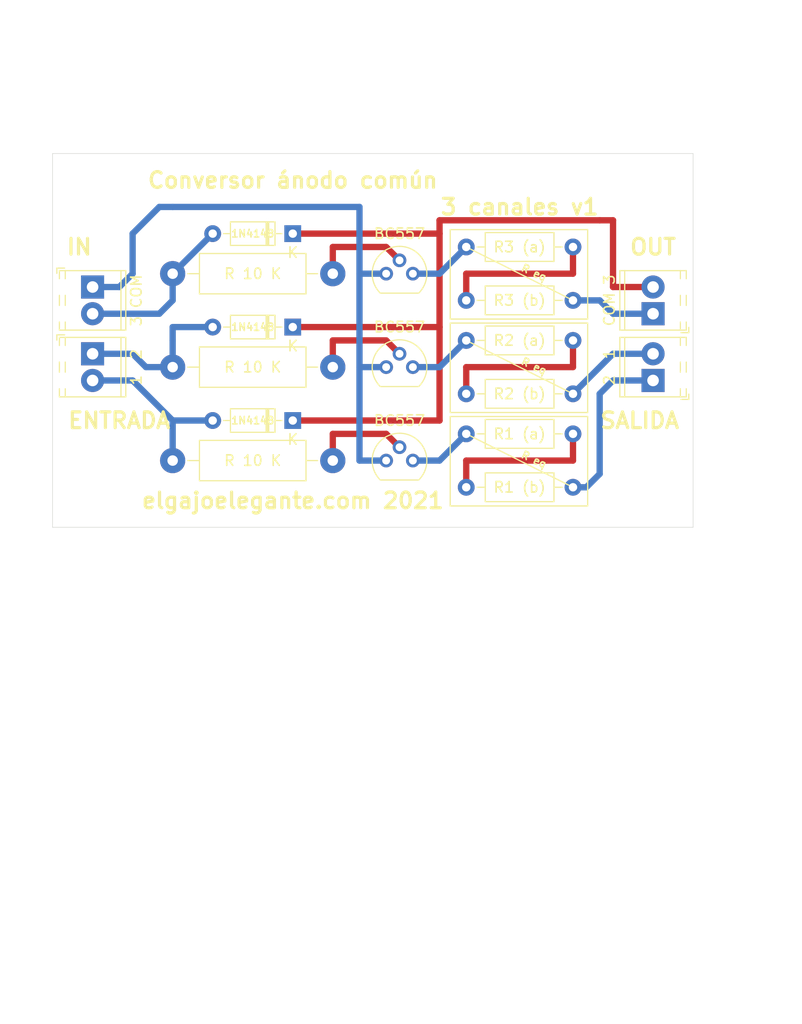
<source format=kicad_pcb>
(kicad_pcb (version 20171130) (host pcbnew "(5.1.9)-1")

  (general
    (thickness 1.6)
    (drawings 29)
    (tracks 70)
    (zones 0)
    (modules 27)
    (nets 1)
  )

  (page A4)
  (layers
    (0 F.Cu signal)
    (31 B.Cu signal)
    (33 F.Adhes user)
    (35 F.Paste user)
    (37 F.SilkS user)
    (38 B.Mask user)
    (39 F.Mask user)
    (40 Dwgs.User user)
    (41 Cmts.User user)
    (42 Eco1.User user)
    (43 Eco2.User user)
    (44 Edge.Cuts user)
    (45 Margin user)
    (46 B.CrtYd user)
    (47 F.CrtYd user)
    (49 F.Fab user)
  )

  (setup
    (last_trace_width 0.25)
    (user_trace_width 0.6)
    (trace_clearance 0.2)
    (zone_clearance 0.508)
    (zone_45_only no)
    (trace_min 0.2)
    (via_size 0.8)
    (via_drill 0.4)
    (via_min_size 0.4)
    (via_min_drill 0.3)
    (uvia_size 0.3)
    (uvia_drill 0.1)
    (uvias_allowed no)
    (uvia_min_size 0.2)
    (uvia_min_drill 0.1)
    (edge_width 0.05)
    (segment_width 0.2)
    (pcb_text_width 0.3)
    (pcb_text_size 1.5 1.5)
    (mod_edge_width 0.12)
    (mod_text_size 1 1)
    (mod_text_width 0.15)
    (pad_size 2.2 2.2)
    (pad_drill 1.1)
    (pad_to_mask_clearance 0)
    (aux_axis_origin 0 0)
    (visible_elements 7FFFFFFF)
    (pcbplotparams
      (layerselection 0x010e0_ffffffff)
      (usegerberextensions false)
      (usegerberattributes true)
      (usegerberadvancedattributes true)
      (creategerberjobfile true)
      (excludeedgelayer true)
      (linewidth 0.100000)
      (plotframeref false)
      (viasonmask false)
      (mode 1)
      (useauxorigin false)
      (hpglpennumber 1)
      (hpglpenspeed 20)
      (hpglpendiameter 15.000000)
      (psnegative false)
      (psa4output false)
      (plotreference true)
      (plotvalue true)
      (plotinvisibletext false)
      (padsonsilk false)
      (subtractmaskfromsilk false)
      (outputformat 1)
      (mirror false)
      (drillshape 0)
      (scaleselection 1)
      (outputdirectory "Gerber/"))
  )

  (net 0 "")

  (net_class Default "This is the default net class."
    (clearance 0.2)
    (trace_width 0.25)
    (via_dia 0.8)
    (via_drill 0.4)
    (uvia_dia 0.3)
    (uvia_drill 0.1)
  )

  (module TerminalBlock_Phoenix:TerminalBlock_Phoenix_MPT-0,5-2-2.54_1x02_P2.54mm_Horizontal-Dario (layer F.Cu) (tedit 607C6796) (tstamp 607C674A)
    (at 78.74 69.85 90)
    (descr "Terminal Block Phoenix MPT-0,5-2-2.54, 2 pins, pitch 2.54mm, size 5.54x6.2mm^2, drill diamater 1.1mm, pad diameter 2.2mm, see http://www.mouser.com/ds/2/324/ItemDetail_1725656-920552.pdf, script-generated using https://github.com/pointhi/kicad-footprint-generator/scripts/TerminalBlock_Phoenix")
    (tags "THT Terminal Block Phoenix MPT-0,5-2-2.54 pitch 2.54mm size 5.54x6.2mm^2 drill 1.1mm pad 2.2mm")
    (fp_text reference "2  1" (at 1.27 -4.16 -90) (layer F.SilkS)
      (effects (font (size 1 1) (thickness 0.15)))
    )
    (fp_text value TerminalBlock_Phoenix_MPT-0,5-2-2.54_1x02_P2.54mm_Horizontal-Dario (at 1.27 4.16 90) (layer F.Fab)
      (effects (font (size 1 1) (thickness 0.15)))
    )
    (fp_circle (center 0 0) (end 1.1 0) (layer F.Fab) (width 0.1))
    (fp_circle (center 2.54 0) (end 3.64 0) (layer F.Fab) (width 0.1))
    (fp_line (start -1.5 -3.1) (end 4.04 -3.1) (layer F.Fab) (width 0.1))
    (fp_line (start 4.04 -3.1) (end 4.04 3.1) (layer F.Fab) (width 0.1))
    (fp_line (start 4.04 3.1) (end -1 3.1) (layer F.Fab) (width 0.1))
    (fp_line (start -1 3.1) (end -1.5 2.6) (layer F.Fab) (width 0.1))
    (fp_line (start -1.5 2.6) (end -1.5 -3.1) (layer F.Fab) (width 0.1))
    (fp_line (start -1.5 2.6) (end 4.04 2.6) (layer F.Fab) (width 0.1))
    (fp_line (start -1.56 2.6) (end -0.79 2.6) (layer F.SilkS) (width 0.12))
    (fp_line (start 0.79 2.6) (end 1.75 2.6) (layer F.SilkS) (width 0.12))
    (fp_line (start 3.33 2.6) (end 4.1 2.6) (layer F.SilkS) (width 0.12))
    (fp_line (start -1.5 -2.7) (end 4.04 -2.7) (layer F.Fab) (width 0.1))
    (fp_line (start -1.56 -2.7) (end 4.1 -2.7) (layer F.SilkS) (width 0.12))
    (fp_line (start -1.56 -3.16) (end 4.1 -3.16) (layer F.SilkS) (width 0.12))
    (fp_line (start -1.56 3.16) (end -0.79 3.16) (layer F.SilkS) (width 0.12))
    (fp_line (start 0.79 3.16) (end 1.75 3.16) (layer F.SilkS) (width 0.12))
    (fp_line (start 3.33 3.16) (end 4.1 3.16) (layer F.SilkS) (width 0.12))
    (fp_line (start -1.56 -3.16) (end -1.56 3.16) (layer F.SilkS) (width 0.12))
    (fp_line (start 4.1 -3.16) (end 4.1 3.16) (layer F.SilkS) (width 0.12))
    (fp_line (start 0.835 -0.7) (end -0.701 0.835) (layer F.Fab) (width 0.1))
    (fp_line (start 0.701 -0.835) (end -0.835 0.7) (layer F.Fab) (width 0.1))
    (fp_line (start 3.375 -0.7) (end 1.84 0.835) (layer F.Fab) (width 0.1))
    (fp_line (start 3.241 -0.835) (end 1.706 0.7) (layer F.Fab) (width 0.1))
    (fp_line (start -1.8 2.66) (end -1.8 3.4) (layer F.SilkS) (width 0.12))
    (fp_line (start -1.8 3.4) (end -1.3 3.4) (layer F.SilkS) (width 0.12))
    (fp_line (start -2 -3.6) (end -2 3.6) (layer F.CrtYd) (width 0.05))
    (fp_line (start -2 3.6) (end 4.54 3.6) (layer F.CrtYd) (width 0.05))
    (fp_line (start 4.54 3.6) (end 4.54 -3.6) (layer F.CrtYd) (width 0.05))
    (fp_line (start 4.54 -3.6) (end -2 -3.6) (layer F.CrtYd) (width 0.05))
    (fp_text user %R (at 1.27 2 90) (layer F.Fab)
      (effects (font (size 1 1) (thickness 0.15)))
    )
    (pad 2 thru_hole circle (at 2.54 0 90) (size 2.2 2.2) (drill 1.1) (layers *.Cu *.Mask))
    (pad 1 thru_hole rect (at 0 0 90) (size 2.2 2.2) (drill 1.1) (layers *.Cu *.Mask))
    (model ${KISYS3DMOD}/TerminalBlock_Phoenix.3dshapes/TerminalBlock_Phoenix_MPT-0,5-2-2.54_1x02_P2.54mm_Horizontal.wrl
      (at (xyz 0 0 0))
      (scale (xyz 1 1 1))
      (rotate (xyz 0 0 0))
    )
  )

  (module TerminalBlock_Phoenix:TerminalBlock_Phoenix_MPT-0,5-2-2.54_1x02_P2.54mm_Horizontal-Dario (layer F.Cu) (tedit 607C6665) (tstamp 607C674C)
    (at 25.4 67.31 270)
    (descr "Terminal Block Phoenix MPT-0,5-2-2.54, 2 pins, pitch 2.54mm, size 5.54x6.2mm^2, drill diamater 1.1mm, pad diameter 2.2mm, see http://www.mouser.com/ds/2/324/ItemDetail_1725656-920552.pdf, script-generated using https://github.com/pointhi/kicad-footprint-generator/scripts/TerminalBlock_Phoenix")
    (tags "THT Terminal Block Phoenix MPT-0,5-2-2.54 pitch 2.54mm size 5.54x6.2mm^2 drill 1.1mm pad 2.2mm")
    (fp_text reference "1  2" (at 1.27 -4.16 90) (layer F.SilkS)
      (effects (font (size 1 1) (thickness 0.15)))
    )
    (fp_text value TerminalBlock_Phoenix_MPT-0,5-2-2.54_1x02_P2.54mm_Horizontal-Dario (at 1.27 4.16 90) (layer F.Fab)
      (effects (font (size 1 1) (thickness 0.15)))
    )
    (fp_line (start 4.54 -3.6) (end -2 -3.6) (layer F.CrtYd) (width 0.05))
    (fp_line (start 4.54 3.6) (end 4.54 -3.6) (layer F.CrtYd) (width 0.05))
    (fp_line (start -2 3.6) (end 4.54 3.6) (layer F.CrtYd) (width 0.05))
    (fp_line (start -2 -3.6) (end -2 3.6) (layer F.CrtYd) (width 0.05))
    (fp_line (start -1.8 3.4) (end -1.3 3.4) (layer F.SilkS) (width 0.12))
    (fp_line (start -1.8 2.66) (end -1.8 3.4) (layer F.SilkS) (width 0.12))
    (fp_line (start 3.241 -0.835) (end 1.706 0.7) (layer F.Fab) (width 0.1))
    (fp_line (start 3.375 -0.7) (end 1.84 0.835) (layer F.Fab) (width 0.1))
    (fp_line (start 0.701 -0.835) (end -0.835 0.7) (layer F.Fab) (width 0.1))
    (fp_line (start 0.835 -0.7) (end -0.701 0.835) (layer F.Fab) (width 0.1))
    (fp_line (start 4.1 -3.16) (end 4.1 3.16) (layer F.SilkS) (width 0.12))
    (fp_line (start -1.56 -3.16) (end -1.56 3.16) (layer F.SilkS) (width 0.12))
    (fp_line (start 3.33 3.16) (end 4.1 3.16) (layer F.SilkS) (width 0.12))
    (fp_line (start 0.79 3.16) (end 1.75 3.16) (layer F.SilkS) (width 0.12))
    (fp_line (start -1.56 3.16) (end -0.79 3.16) (layer F.SilkS) (width 0.12))
    (fp_line (start -1.56 -3.16) (end 4.1 -3.16) (layer F.SilkS) (width 0.12))
    (fp_line (start -1.56 -2.7) (end 4.1 -2.7) (layer F.SilkS) (width 0.12))
    (fp_line (start -1.5 -2.7) (end 4.04 -2.7) (layer F.Fab) (width 0.1))
    (fp_line (start 3.33 2.6) (end 4.1 2.6) (layer F.SilkS) (width 0.12))
    (fp_line (start 0.79 2.6) (end 1.75 2.6) (layer F.SilkS) (width 0.12))
    (fp_line (start -1.56 2.6) (end -0.79 2.6) (layer F.SilkS) (width 0.12))
    (fp_line (start -1.5 2.6) (end 4.04 2.6) (layer F.Fab) (width 0.1))
    (fp_line (start -1.5 2.6) (end -1.5 -3.1) (layer F.Fab) (width 0.1))
    (fp_line (start -1 3.1) (end -1.5 2.6) (layer F.Fab) (width 0.1))
    (fp_line (start 4.04 3.1) (end -1 3.1) (layer F.Fab) (width 0.1))
    (fp_line (start 4.04 -3.1) (end 4.04 3.1) (layer F.Fab) (width 0.1))
    (fp_line (start -1.5 -3.1) (end 4.04 -3.1) (layer F.Fab) (width 0.1))
    (fp_circle (center 2.54 0) (end 3.64 0) (layer F.Fab) (width 0.1))
    (fp_circle (center 0 0) (end 1.1 0) (layer F.Fab) (width 0.1))
    (fp_text user %R (at 1.27 2 90) (layer F.Fab)
      (effects (font (size 1 1) (thickness 0.15)))
    )
    (pad 2 thru_hole rect (at 0 0 270) (size 2.2 2.2) (drill 1.1) (layers *.Cu *.Mask))
    (pad 1 thru_hole circle (at 2.54 0 270) (size 2.2 2.2) (drill 1.1) (layers *.Cu *.Mask))
    (model ${KISYS3DMOD}/TerminalBlock_Phoenix.3dshapes/TerminalBlock_Phoenix_MPT-0,5-2-2.54_1x02_P2.54mm_Horizontal.wrl
      (at (xyz 0 0 0))
      (scale (xyz 1 1 1))
      (rotate (xyz 0 0 0))
    )
  )

  (module Resistor_THT:R_Axial_DIN0411_L9.9mm_D3.6mm_P15.24mm_Horizontal (layer F.Cu) (tedit 602A5271) (tstamp 602A9737)
    (at 33.02 77.47)
    (descr "Resistor, Axial_DIN0411 series, Axial, Horizontal, pin pitch=15.24mm, 1W, length*diameter=9.9*3.6mm^2")
    (tags "Resistor Axial_DIN0411 series Axial Horizontal pin pitch 15.24mm 1W length 9.9mm diameter 3.6mm")
    (fp_text reference "R 10 K" (at 7.62 0) (layer F.SilkS)
      (effects (font (size 1 1) (thickness 0.15)))
    )
    (fp_text value R_Axial_DIN0411_L9.9mm_D3.6mm_P15.24mm_Horizontal (at 7.62 2.92) (layer F.Fab)
      (effects (font (size 1 1) (thickness 0.15)))
    )
    (fp_line (start 2.67 -1.8) (end 2.67 1.8) (layer F.Fab) (width 0.1))
    (fp_line (start 2.67 1.8) (end 12.57 1.8) (layer F.Fab) (width 0.1))
    (fp_line (start 12.57 1.8) (end 12.57 -1.8) (layer F.Fab) (width 0.1))
    (fp_line (start 12.57 -1.8) (end 2.67 -1.8) (layer F.Fab) (width 0.1))
    (fp_line (start 0 0) (end 2.67 0) (layer F.Fab) (width 0.1))
    (fp_line (start 15.24 0) (end 12.57 0) (layer F.Fab) (width 0.1))
    (fp_line (start 2.55 -1.92) (end 2.55 1.92) (layer F.SilkS) (width 0.12))
    (fp_line (start 2.55 1.92) (end 12.69 1.92) (layer F.SilkS) (width 0.12))
    (fp_line (start 12.69 1.92) (end 12.69 -1.92) (layer F.SilkS) (width 0.12))
    (fp_line (start 12.69 -1.92) (end 2.55 -1.92) (layer F.SilkS) (width 0.12))
    (fp_line (start 1.44 0) (end 2.55 0) (layer F.SilkS) (width 0.12))
    (fp_line (start 13.8 0) (end 12.69 0) (layer F.SilkS) (width 0.12))
    (fp_line (start -1.45 -2.05) (end -1.45 2.05) (layer F.CrtYd) (width 0.05))
    (fp_line (start -1.45 2.05) (end 16.69 2.05) (layer F.CrtYd) (width 0.05))
    (fp_line (start 16.69 2.05) (end 16.69 -2.05) (layer F.CrtYd) (width 0.05))
    (fp_line (start 16.69 -2.05) (end -1.45 -2.05) (layer F.CrtYd) (width 0.05))
    (fp_text user %R (at 7.62 0) (layer F.Fab)
      (effects (font (size 1 1) (thickness 0.15)))
    )
    (pad 2 thru_hole oval (at 15.24 0) (size 2.4 2.4) (drill 1) (layers *.Cu *.Mask))
    (pad 1 thru_hole circle (at 0 0) (size 2.4 2.4) (drill 1) (layers *.Cu *.Mask))
    (model ${KISYS3DMOD}/Resistor_THT.3dshapes/R_Axial_DIN0411_L9.9mm_D3.6mm_P15.24mm_Horizontal.wrl
      (at (xyz 0 0 0))
      (scale (xyz 1 1 1))
      (rotate (xyz 0 0 0))
    )
  )

  (module MountingHole:MountingHole_3.2mm_M3 (layer F.Cu) (tedit 56D1B4CB) (tstamp 602ACC9D)
    (at 26.07 79.87)
    (descr "Mounting Hole 3.2mm, no annular, M3")
    (tags "mounting hole 3.2mm no annular m3")
    (attr virtual)
    (fp_text reference REF** (at 0 -4.2) (layer F.SilkS) hide
      (effects (font (size 1 1) (thickness 0.15)))
    )
    (fp_text value MountingHole_3.2mm_M3 (at 0 4.2) (layer F.Fab)
      (effects (font (size 1 1) (thickness 0.15)))
    )
    (fp_circle (center 0 0) (end 3.2 0) (layer Cmts.User) (width 0.15))
    (fp_circle (center 0 0) (end 3.45 0) (layer F.CrtYd) (width 0.05))
    (fp_text user %R (at 0.3 0) (layer F.Fab)
      (effects (font (size 1 1) (thickness 0.15)))
    )
    (pad 1 np_thru_hole circle (at 0 0) (size 3.2 3.2) (drill 3.2) (layers *.Cu *.Mask))
  )

  (module MountingHole:MountingHole_3.2mm_M3 (layer F.Cu) (tedit 56D1B4CB) (tstamp 602ACC77)
    (at 78.07 79.87)
    (descr "Mounting Hole 3.2mm, no annular, M3")
    (tags "mounting hole 3.2mm no annular m3")
    (attr virtual)
    (fp_text reference REF** (at 0 -4.2) (layer F.SilkS) hide
      (effects (font (size 1 1) (thickness 0.15)))
    )
    (fp_text value MountingHole_3.2mm_M3 (at 0 4.2) (layer F.Fab)
      (effects (font (size 1 1) (thickness 0.15)))
    )
    (fp_circle (center 0 0) (end 3.45 0) (layer F.CrtYd) (width 0.05))
    (fp_circle (center 0 0) (end 3.2 0) (layer Cmts.User) (width 0.15))
    (fp_text user %R (at 0.3 0) (layer F.Fab)
      (effects (font (size 1 1) (thickness 0.15)))
    )
    (pad 1 np_thru_hole circle (at 0 0) (size 3.2 3.2) (drill 3.2) (layers *.Cu *.Mask))
  )

  (module MountingHole:MountingHole_3.2mm_M3 (layer F.Cu) (tedit 56D1B4CB) (tstamp 602ACC51)
    (at 78.07 52.07)
    (descr "Mounting Hole 3.2mm, no annular, M3")
    (tags "mounting hole 3.2mm no annular m3")
    (attr virtual)
    (fp_text reference REF** (at 0 -4.2) (layer F.SilkS) hide
      (effects (font (size 1 1) (thickness 0.15)))
    )
    (fp_text value MountingHole_3.2mm_M3 (at 0.67 4.2) (layer F.Fab)
      (effects (font (size 1 1) (thickness 0.15)))
    )
    (fp_circle (center 0 0) (end 3.2 0) (layer Cmts.User) (width 0.15))
    (fp_circle (center 0 0) (end 3.45 0) (layer F.CrtYd) (width 0.05))
    (fp_text user %R (at 0.3 0) (layer F.Fab)
      (effects (font (size 1 1) (thickness 0.15)))
    )
    (pad 1 np_thru_hole circle (at 0 0) (size 3.2 3.2) (drill 3.2) (layers *.Cu *.Mask))
  )

  (module MountingHole:MountingHole_3.2mm_M3 (layer F.Cu) (tedit 56D1B4CB) (tstamp 602ACBF0)
    (at 26.07 52.07)
    (descr "Mounting Hole 3.2mm, no annular, M3")
    (tags "mounting hole 3.2mm no annular m3")
    (attr virtual)
    (fp_text reference REF** (at 0 -4.2) (layer F.SilkS) hide
      (effects (font (size 1 1) (thickness 0.15)))
    )
    (fp_text value MountingHole_3.2mm_M3 (at 0 4.2) (layer F.Fab)
      (effects (font (size 1 1) (thickness 0.15)))
    )
    (fp_circle (center 0 0) (end 3.45 0) (layer F.CrtYd) (width 0.05))
    (fp_circle (center 0 0) (end 3.2 0) (layer Cmts.User) (width 0.15))
    (fp_text user %R (at 0.3 0) (layer F.Fab)
      (effects (font (size 1 1) (thickness 0.15)))
    )
    (pad 1 np_thru_hole circle (at 0 0) (size 3.2 3.2) (drill 3.2) (layers *.Cu *.Mask))
  )

  (module TerminalBlock_Phoenix:TerminalBlock_Phoenix_MPT-0,5-2-2.54_1x02_P2.54mm_Horizontal-Dario (layer F.Cu) (tedit 607C65D2) (tstamp 602AC7B5)
    (at 78.74 63.5 90)
    (descr "Terminal Block Phoenix MPT-0,5-2-2.54, 2 pins, pitch 2.54mm, size 5.54x6.2mm^2, drill diamater 1.1mm, pad diameter 2.2mm, see http://www.mouser.com/ds/2/324/ItemDetail_1725656-920552.pdf, script-generated using https://github.com/pointhi/kicad-footprint-generator/scripts/TerminalBlock_Phoenix")
    (tags "THT Terminal Block Phoenix MPT-0,5-2-2.54 pitch 2.54mm size 5.54x6.2mm^2 drill 1.1mm pad 2.2mm")
    (fp_text reference "COM 3" (at 1.27 -4.16 -90) (layer F.SilkS)
      (effects (font (size 1 1) (thickness 0.15)))
    )
    (fp_text value TerminalBlock_Phoenix_MPT-0,5-2-2.54_1x02_P2.54mm_Horizontal-Dario (at 1.27 4.16 90) (layer F.Fab)
      (effects (font (size 1 1) (thickness 0.15)))
    )
    (fp_line (start 4.54 -3.6) (end -2 -3.6) (layer F.CrtYd) (width 0.05))
    (fp_line (start 4.54 3.6) (end 4.54 -3.6) (layer F.CrtYd) (width 0.05))
    (fp_line (start -2 3.6) (end 4.54 3.6) (layer F.CrtYd) (width 0.05))
    (fp_line (start -2 -3.6) (end -2 3.6) (layer F.CrtYd) (width 0.05))
    (fp_line (start -1.8 3.4) (end -1.3 3.4) (layer F.SilkS) (width 0.12))
    (fp_line (start -1.8 2.66) (end -1.8 3.4) (layer F.SilkS) (width 0.12))
    (fp_line (start 3.241 -0.835) (end 1.706 0.7) (layer F.Fab) (width 0.1))
    (fp_line (start 3.375 -0.7) (end 1.84 0.835) (layer F.Fab) (width 0.1))
    (fp_line (start 0.701 -0.835) (end -0.835 0.7) (layer F.Fab) (width 0.1))
    (fp_line (start 0.835 -0.7) (end -0.701 0.835) (layer F.Fab) (width 0.1))
    (fp_line (start 4.1 -3.16) (end 4.1 3.16) (layer F.SilkS) (width 0.12))
    (fp_line (start -1.56 -3.16) (end -1.56 3.16) (layer F.SilkS) (width 0.12))
    (fp_line (start 3.33 3.16) (end 4.1 3.16) (layer F.SilkS) (width 0.12))
    (fp_line (start 0.79 3.16) (end 1.75 3.16) (layer F.SilkS) (width 0.12))
    (fp_line (start -1.56 3.16) (end -0.79 3.16) (layer F.SilkS) (width 0.12))
    (fp_line (start -1.56 -3.16) (end 4.1 -3.16) (layer F.SilkS) (width 0.12))
    (fp_line (start -1.56 -2.7) (end 4.1 -2.7) (layer F.SilkS) (width 0.12))
    (fp_line (start -1.5 -2.7) (end 4.04 -2.7) (layer F.Fab) (width 0.1))
    (fp_line (start 3.33 2.6) (end 4.1 2.6) (layer F.SilkS) (width 0.12))
    (fp_line (start 0.79 2.6) (end 1.75 2.6) (layer F.SilkS) (width 0.12))
    (fp_line (start -1.56 2.6) (end -0.79 2.6) (layer F.SilkS) (width 0.12))
    (fp_line (start -1.5 2.6) (end 4.04 2.6) (layer F.Fab) (width 0.1))
    (fp_line (start -1.5 2.6) (end -1.5 -3.1) (layer F.Fab) (width 0.1))
    (fp_line (start -1 3.1) (end -1.5 2.6) (layer F.Fab) (width 0.1))
    (fp_line (start 4.04 3.1) (end -1 3.1) (layer F.Fab) (width 0.1))
    (fp_line (start 4.04 -3.1) (end 4.04 3.1) (layer F.Fab) (width 0.1))
    (fp_line (start -1.5 -3.1) (end 4.04 -3.1) (layer F.Fab) (width 0.1))
    (fp_circle (center 2.54 0) (end 3.64 0) (layer F.Fab) (width 0.1))
    (fp_circle (center 0 0) (end 1.1 0) (layer F.Fab) (width 0.1))
    (fp_text user %R (at 1.27 2 90) (layer F.Fab)
      (effects (font (size 1 1) (thickness 0.15)))
    )
    (pad 3 thru_hole rect (at 0 0 90) (size 2.2 2.2) (drill 1.1) (layers *.Cu *.Mask))
    (pad COM thru_hole circle (at 2.54 0 90) (size 2.2 2.2) (drill 1.1) (layers *.Cu *.Mask))
    (model ${KISYS3DMOD}/TerminalBlock_Phoenix.3dshapes/TerminalBlock_Phoenix_MPT-0,5-2-2.54_1x02_P2.54mm_Horizontal.wrl
      (at (xyz 0 0 0))
      (scale (xyz 1 1 1))
      (rotate (xyz 0 0 0))
    )
  )

  (module TerminalBlock_Phoenix:TerminalBlock_Phoenix_MPT-0,5-2-2.54_1x02_P2.54mm_Horizontal-Dario (layer F.Cu) (tedit 607C65C5) (tstamp 602C05D0)
    (at 25.4 60.96 270)
    (descr "Terminal Block Phoenix MPT-0,5-2-2.54, 2 pins, pitch 2.54mm, size 5.54x6.2mm^2, drill diamater 1.1mm, pad diameter 2.2mm, see http://www.mouser.com/ds/2/324/ItemDetail_1725656-920552.pdf, script-generated using https://github.com/pointhi/kicad-footprint-generator/scripts/TerminalBlock_Phoenix")
    (tags "THT Terminal Block Phoenix MPT-0,5-2-2.54 pitch 2.54mm size 5.54x6.2mm^2 drill 1.1mm pad 2.2mm")
    (fp_text reference "3 COM" (at 1.27 -4.16 90) (layer F.SilkS)
      (effects (font (size 1 1) (thickness 0.15)))
    )
    (fp_text value TerminalBlock_Phoenix_MPT-0,5-2-2.54_1x02_P2.54mm_Horizontal-Dario (at 1.27 4.16 90) (layer F.Fab)
      (effects (font (size 1 1) (thickness 0.15)))
    )
    (fp_circle (center 0 0) (end 1.1 0) (layer F.Fab) (width 0.1))
    (fp_circle (center 2.54 0) (end 3.64 0) (layer F.Fab) (width 0.1))
    (fp_line (start -1.5 -3.1) (end 4.04 -3.1) (layer F.Fab) (width 0.1))
    (fp_line (start 4.04 -3.1) (end 4.04 3.1) (layer F.Fab) (width 0.1))
    (fp_line (start 4.04 3.1) (end -1 3.1) (layer F.Fab) (width 0.1))
    (fp_line (start -1 3.1) (end -1.5 2.6) (layer F.Fab) (width 0.1))
    (fp_line (start -1.5 2.6) (end -1.5 -3.1) (layer F.Fab) (width 0.1))
    (fp_line (start -1.5 2.6) (end 4.04 2.6) (layer F.Fab) (width 0.1))
    (fp_line (start -1.56 2.6) (end -0.79 2.6) (layer F.SilkS) (width 0.12))
    (fp_line (start 0.79 2.6) (end 1.75 2.6) (layer F.SilkS) (width 0.12))
    (fp_line (start 3.33 2.6) (end 4.1 2.6) (layer F.SilkS) (width 0.12))
    (fp_line (start -1.5 -2.7) (end 4.04 -2.7) (layer F.Fab) (width 0.1))
    (fp_line (start -1.56 -2.7) (end 4.1 -2.7) (layer F.SilkS) (width 0.12))
    (fp_line (start -1.56 -3.16) (end 4.1 -3.16) (layer F.SilkS) (width 0.12))
    (fp_line (start -1.56 3.16) (end -0.79 3.16) (layer F.SilkS) (width 0.12))
    (fp_line (start 0.79 3.16) (end 1.75 3.16) (layer F.SilkS) (width 0.12))
    (fp_line (start 3.33 3.16) (end 4.1 3.16) (layer F.SilkS) (width 0.12))
    (fp_line (start -1.56 -3.16) (end -1.56 3.16) (layer F.SilkS) (width 0.12))
    (fp_line (start 4.1 -3.16) (end 4.1 3.16) (layer F.SilkS) (width 0.12))
    (fp_line (start 0.835 -0.7) (end -0.701 0.835) (layer F.Fab) (width 0.1))
    (fp_line (start 0.701 -0.835) (end -0.835 0.7) (layer F.Fab) (width 0.1))
    (fp_line (start 3.375 -0.7) (end 1.84 0.835) (layer F.Fab) (width 0.1))
    (fp_line (start 3.241 -0.835) (end 1.706 0.7) (layer F.Fab) (width 0.1))
    (fp_line (start -1.8 2.66) (end -1.8 3.4) (layer F.SilkS) (width 0.12))
    (fp_line (start -1.8 3.4) (end -1.3 3.4) (layer F.SilkS) (width 0.12))
    (fp_line (start -2 -3.6) (end -2 3.6) (layer F.CrtYd) (width 0.05))
    (fp_line (start -2 3.6) (end 4.54 3.6) (layer F.CrtYd) (width 0.05))
    (fp_line (start 4.54 3.6) (end 4.54 -3.6) (layer F.CrtYd) (width 0.05))
    (fp_line (start 4.54 -3.6) (end -2 -3.6) (layer F.CrtYd) (width 0.05))
    (fp_text user %R (at 1.27 2 90) (layer F.Fab)
      (effects (font (size 1 1) (thickness 0.15)))
    )
    (pad 3 thru_hole circle (at 2.54 0 270) (size 2.2 2.2) (drill 1.1) (layers *.Cu *.Mask))
    (pad COM thru_hole rect (at 0 0 270) (size 2.2 2.2) (drill 1.1) (layers *.Cu *.Mask))
    (model ${KISYS3DMOD}/TerminalBlock_Phoenix.3dshapes/TerminalBlock_Phoenix_MPT-0,5-2-2.54_1x02_P2.54mm_Horizontal.wrl
      (at (xyz 0 0 0))
      (scale (xyz 1 1 1))
      (rotate (xyz 0 0 0))
    )
  )

  (module Resistor_THT:R_Axial_DIN0207_L6.3mm_D2.5mm_P10.16mm_Horizontal (layer F.Cu) (tedit 5AE5139B) (tstamp 602AEADB)
    (at 60.96 74.93)
    (descr "Resistor, Axial_DIN0207 series, Axial, Horizontal, pin pitch=10.16mm, 0.25W = 1/4W, length*diameter=6.3*2.5mm^2, http://cdn-reichelt.de/documents/datenblatt/B400/1_4W%23YAG.pdf")
    (tags "Resistor Axial_DIN0207 series Axial Horizontal pin pitch 10.16mm 0.25W = 1/4W length 6.3mm diameter 2.5mm")
    (fp_text reference "R1 (a)" (at 5.08 0) (layer F.SilkS)
      (effects (font (size 1 1) (thickness 0.15)))
    )
    (fp_text value R_Axial_DIN0207_L6.3mm_D2.5mm_P10.16mm_Horizontal (at 5.08 2.37) (layer F.Fab)
      (effects (font (size 1 1) (thickness 0.15)))
    )
    (fp_line (start 1.93 -1.25) (end 1.93 1.25) (layer F.Fab) (width 0.1))
    (fp_line (start 1.93 1.25) (end 8.23 1.25) (layer F.Fab) (width 0.1))
    (fp_line (start 8.23 1.25) (end 8.23 -1.25) (layer F.Fab) (width 0.1))
    (fp_line (start 8.23 -1.25) (end 1.93 -1.25) (layer F.Fab) (width 0.1))
    (fp_line (start 0 0) (end 1.93 0) (layer F.Fab) (width 0.1))
    (fp_line (start 10.16 0) (end 8.23 0) (layer F.Fab) (width 0.1))
    (fp_line (start 1.81 -1.37) (end 1.81 1.37) (layer F.SilkS) (width 0.12))
    (fp_line (start 1.81 1.37) (end 8.35 1.37) (layer F.SilkS) (width 0.12))
    (fp_line (start 8.35 1.37) (end 8.35 -1.37) (layer F.SilkS) (width 0.12))
    (fp_line (start 8.35 -1.37) (end 1.81 -1.37) (layer F.SilkS) (width 0.12))
    (fp_line (start 1.04 0) (end 1.81 0) (layer F.SilkS) (width 0.12))
    (fp_line (start 9.12 0) (end 8.35 0) (layer F.SilkS) (width 0.12))
    (fp_line (start -1.05 -1.5) (end -1.05 1.5) (layer F.CrtYd) (width 0.05))
    (fp_line (start -1.05 1.5) (end 11.21 1.5) (layer F.CrtYd) (width 0.05))
    (fp_line (start 11.21 1.5) (end 11.21 -1.5) (layer F.CrtYd) (width 0.05))
    (fp_line (start 11.21 -1.5) (end -1.05 -1.5) (layer F.CrtYd) (width 0.05))
    (fp_text user %R (at 5.08 0) (layer F.Fab)
      (effects (font (size 1 1) (thickness 0.15)))
    )
    (pad 1 thru_hole circle (at 0 0) (size 1.6 1.6) (drill 0.8) (layers *.Cu *.Mask))
    (pad 2 thru_hole oval (at 10.16 0) (size 1.6 1.6) (drill 0.8) (layers *.Cu *.Mask))
    (model ${KISYS3DMOD}/Resistor_THT.3dshapes/R_Axial_DIN0207_L6.3mm_D2.5mm_P10.16mm_Horizontal.wrl
      (at (xyz 0 0 0))
      (scale (xyz 1 1 1))
      (rotate (xyz 0 0 0))
    )
  )

  (module Resistor_THT:R_Axial_DIN0207_L6.3mm_D2.5mm_P10.16mm_Horizontal (layer F.Cu) (tedit 5AE5139B) (tstamp 602AEAC5)
    (at 60.96 80.01)
    (descr "Resistor, Axial_DIN0207 series, Axial, Horizontal, pin pitch=10.16mm, 0.25W = 1/4W, length*diameter=6.3*2.5mm^2, http://cdn-reichelt.de/documents/datenblatt/B400/1_4W%23YAG.pdf")
    (tags "Resistor Axial_DIN0207 series Axial Horizontal pin pitch 10.16mm 0.25W = 1/4W length 6.3mm diameter 2.5mm")
    (fp_text reference "R1 (b)" (at 5.08 0) (layer F.SilkS)
      (effects (font (size 1 1) (thickness 0.15)))
    )
    (fp_text value R_Axial_DIN0207_L6.3mm_D2.5mm_P10.16mm_Horizontal (at 5.08 2.37) (layer F.Fab)
      (effects (font (size 1 1) (thickness 0.15)))
    )
    (fp_line (start 1.93 -1.25) (end 1.93 1.25) (layer F.Fab) (width 0.1))
    (fp_line (start 1.93 1.25) (end 8.23 1.25) (layer F.Fab) (width 0.1))
    (fp_line (start 8.23 1.25) (end 8.23 -1.25) (layer F.Fab) (width 0.1))
    (fp_line (start 8.23 -1.25) (end 1.93 -1.25) (layer F.Fab) (width 0.1))
    (fp_line (start 0 0) (end 1.93 0) (layer F.Fab) (width 0.1))
    (fp_line (start 10.16 0) (end 8.23 0) (layer F.Fab) (width 0.1))
    (fp_line (start 1.81 -1.37) (end 1.81 1.37) (layer F.SilkS) (width 0.12))
    (fp_line (start 1.81 1.37) (end 8.35 1.37) (layer F.SilkS) (width 0.12))
    (fp_line (start 8.35 1.37) (end 8.35 -1.37) (layer F.SilkS) (width 0.12))
    (fp_line (start 8.35 -1.37) (end 1.81 -1.37) (layer F.SilkS) (width 0.12))
    (fp_line (start 1.04 0) (end 1.81 0) (layer F.SilkS) (width 0.12))
    (fp_line (start 9.12 0) (end 8.35 0) (layer F.SilkS) (width 0.12))
    (fp_line (start -1.05 -1.5) (end -1.05 1.5) (layer F.CrtYd) (width 0.05))
    (fp_line (start -1.05 1.5) (end 11.21 1.5) (layer F.CrtYd) (width 0.05))
    (fp_line (start 11.21 1.5) (end 11.21 -1.5) (layer F.CrtYd) (width 0.05))
    (fp_line (start 11.21 -1.5) (end -1.05 -1.5) (layer F.CrtYd) (width 0.05))
    (fp_text user %R (at 5.08 0) (layer F.Fab)
      (effects (font (size 1 1) (thickness 0.15)))
    )
    (pad 2 thru_hole oval (at 10.16 0) (size 1.6 1.6) (drill 0.8) (layers *.Cu *.Mask))
    (pad 1 thru_hole circle (at 0 0) (size 1.6 1.6) (drill 0.8) (layers *.Cu *.Mask))
    (model ${KISYS3DMOD}/Resistor_THT.3dshapes/R_Axial_DIN0207_L6.3mm_D2.5mm_P10.16mm_Horizontal.wrl
      (at (xyz 0 0 0))
      (scale (xyz 1 1 1))
      (rotate (xyz 0 0 0))
    )
  )

  (module Resistor_THT:R_Axial_DIN0207_L6.3mm_D2.5mm_P10.16mm_Horizontal (layer F.Cu) (tedit 5AE5139B) (tstamp 602AEADB)
    (at 60.96 66.04)
    (descr "Resistor, Axial_DIN0207 series, Axial, Horizontal, pin pitch=10.16mm, 0.25W = 1/4W, length*diameter=6.3*2.5mm^2, http://cdn-reichelt.de/documents/datenblatt/B400/1_4W%23YAG.pdf")
    (tags "Resistor Axial_DIN0207 series Axial Horizontal pin pitch 10.16mm 0.25W = 1/4W length 6.3mm diameter 2.5mm")
    (fp_text reference "R2 (a)" (at 5.08 0) (layer F.SilkS)
      (effects (font (size 1 1) (thickness 0.15)))
    )
    (fp_text value R_Axial_DIN0207_L6.3mm_D2.5mm_P10.16mm_Horizontal (at 5.08 2.37) (layer F.Fab)
      (effects (font (size 1 1) (thickness 0.15)))
    )
    (fp_line (start 1.93 -1.25) (end 1.93 1.25) (layer F.Fab) (width 0.1))
    (fp_line (start 1.93 1.25) (end 8.23 1.25) (layer F.Fab) (width 0.1))
    (fp_line (start 8.23 1.25) (end 8.23 -1.25) (layer F.Fab) (width 0.1))
    (fp_line (start 8.23 -1.25) (end 1.93 -1.25) (layer F.Fab) (width 0.1))
    (fp_line (start 0 0) (end 1.93 0) (layer F.Fab) (width 0.1))
    (fp_line (start 10.16 0) (end 8.23 0) (layer F.Fab) (width 0.1))
    (fp_line (start 1.81 -1.37) (end 1.81 1.37) (layer F.SilkS) (width 0.12))
    (fp_line (start 1.81 1.37) (end 8.35 1.37) (layer F.SilkS) (width 0.12))
    (fp_line (start 8.35 1.37) (end 8.35 -1.37) (layer F.SilkS) (width 0.12))
    (fp_line (start 8.35 -1.37) (end 1.81 -1.37) (layer F.SilkS) (width 0.12))
    (fp_line (start 1.04 0) (end 1.81 0) (layer F.SilkS) (width 0.12))
    (fp_line (start 9.12 0) (end 8.35 0) (layer F.SilkS) (width 0.12))
    (fp_line (start -1.05 -1.5) (end -1.05 1.5) (layer F.CrtYd) (width 0.05))
    (fp_line (start -1.05 1.5) (end 11.21 1.5) (layer F.CrtYd) (width 0.05))
    (fp_line (start 11.21 1.5) (end 11.21 -1.5) (layer F.CrtYd) (width 0.05))
    (fp_line (start 11.21 -1.5) (end -1.05 -1.5) (layer F.CrtYd) (width 0.05))
    (fp_text user %R (at 5.08 0) (layer F.Fab)
      (effects (font (size 1 1) (thickness 0.15)))
    )
    (pad 1 thru_hole circle (at 0 0) (size 1.6 1.6) (drill 0.8) (layers *.Cu *.Mask))
    (pad 2 thru_hole oval (at 10.16 0) (size 1.6 1.6) (drill 0.8) (layers *.Cu *.Mask))
    (model ${KISYS3DMOD}/Resistor_THT.3dshapes/R_Axial_DIN0207_L6.3mm_D2.5mm_P10.16mm_Horizontal.wrl
      (at (xyz 0 0 0))
      (scale (xyz 1 1 1))
      (rotate (xyz 0 0 0))
    )
  )

  (module Resistor_THT:R_Axial_DIN0207_L6.3mm_D2.5mm_P10.16mm_Horizontal (layer F.Cu) (tedit 5AE5139B) (tstamp 602AEAC5)
    (at 60.96 71.12)
    (descr "Resistor, Axial_DIN0207 series, Axial, Horizontal, pin pitch=10.16mm, 0.25W = 1/4W, length*diameter=6.3*2.5mm^2, http://cdn-reichelt.de/documents/datenblatt/B400/1_4W%23YAG.pdf")
    (tags "Resistor Axial_DIN0207 series Axial Horizontal pin pitch 10.16mm 0.25W = 1/4W length 6.3mm diameter 2.5mm")
    (fp_text reference "R2 (b)" (at 5.08 0) (layer F.SilkS)
      (effects (font (size 1 1) (thickness 0.15)))
    )
    (fp_text value R_Axial_DIN0207_L6.3mm_D2.5mm_P10.16mm_Horizontal (at 5.08 2.37) (layer F.Fab)
      (effects (font (size 1 1) (thickness 0.15)))
    )
    (fp_line (start 1.93 -1.25) (end 1.93 1.25) (layer F.Fab) (width 0.1))
    (fp_line (start 1.93 1.25) (end 8.23 1.25) (layer F.Fab) (width 0.1))
    (fp_line (start 8.23 1.25) (end 8.23 -1.25) (layer F.Fab) (width 0.1))
    (fp_line (start 8.23 -1.25) (end 1.93 -1.25) (layer F.Fab) (width 0.1))
    (fp_line (start 0 0) (end 1.93 0) (layer F.Fab) (width 0.1))
    (fp_line (start 10.16 0) (end 8.23 0) (layer F.Fab) (width 0.1))
    (fp_line (start 1.81 -1.37) (end 1.81 1.37) (layer F.SilkS) (width 0.12))
    (fp_line (start 1.81 1.37) (end 8.35 1.37) (layer F.SilkS) (width 0.12))
    (fp_line (start 8.35 1.37) (end 8.35 -1.37) (layer F.SilkS) (width 0.12))
    (fp_line (start 8.35 -1.37) (end 1.81 -1.37) (layer F.SilkS) (width 0.12))
    (fp_line (start 1.04 0) (end 1.81 0) (layer F.SilkS) (width 0.12))
    (fp_line (start 9.12 0) (end 8.35 0) (layer F.SilkS) (width 0.12))
    (fp_line (start -1.05 -1.5) (end -1.05 1.5) (layer F.CrtYd) (width 0.05))
    (fp_line (start -1.05 1.5) (end 11.21 1.5) (layer F.CrtYd) (width 0.05))
    (fp_line (start 11.21 1.5) (end 11.21 -1.5) (layer F.CrtYd) (width 0.05))
    (fp_line (start 11.21 -1.5) (end -1.05 -1.5) (layer F.CrtYd) (width 0.05))
    (fp_text user %R (at 5.08 0) (layer F.Fab)
      (effects (font (size 1 1) (thickness 0.15)))
    )
    (pad 2 thru_hole oval (at 10.16 0) (size 1.6 1.6) (drill 0.8) (layers *.Cu *.Mask))
    (pad 1 thru_hole circle (at 0 0) (size 1.6 1.6) (drill 0.8) (layers *.Cu *.Mask))
    (model ${KISYS3DMOD}/Resistor_THT.3dshapes/R_Axial_DIN0207_L6.3mm_D2.5mm_P10.16mm_Horizontal.wrl
      (at (xyz 0 0 0))
      (scale (xyz 1 1 1))
      (rotate (xyz 0 0 0))
    )
  )

  (module Resistor_THT:R_Axial_DIN0207_L6.3mm_D2.5mm_P10.16mm_Horizontal (layer F.Cu) (tedit 5AE5139B) (tstamp 602AE779)
    (at 60.96 62.23)
    (descr "Resistor, Axial_DIN0207 series, Axial, Horizontal, pin pitch=10.16mm, 0.25W = 1/4W, length*diameter=6.3*2.5mm^2, http://cdn-reichelt.de/documents/datenblatt/B400/1_4W%23YAG.pdf")
    (tags "Resistor Axial_DIN0207 series Axial Horizontal pin pitch 10.16mm 0.25W = 1/4W length 6.3mm diameter 2.5mm")
    (fp_text reference "R3 (b)" (at 5.08 0) (layer F.SilkS)
      (effects (font (size 1 1) (thickness 0.15)))
    )
    (fp_text value R_Axial_DIN0207_L6.3mm_D2.5mm_P10.16mm_Horizontal (at 5.08 2.37) (layer F.Fab)
      (effects (font (size 1 1) (thickness 0.15)))
    )
    (fp_line (start 1.93 -1.25) (end 1.93 1.25) (layer F.Fab) (width 0.1))
    (fp_line (start 1.93 1.25) (end 8.23 1.25) (layer F.Fab) (width 0.1))
    (fp_line (start 8.23 1.25) (end 8.23 -1.25) (layer F.Fab) (width 0.1))
    (fp_line (start 8.23 -1.25) (end 1.93 -1.25) (layer F.Fab) (width 0.1))
    (fp_line (start 0 0) (end 1.93 0) (layer F.Fab) (width 0.1))
    (fp_line (start 10.16 0) (end 8.23 0) (layer F.Fab) (width 0.1))
    (fp_line (start 1.81 -1.37) (end 1.81 1.37) (layer F.SilkS) (width 0.12))
    (fp_line (start 1.81 1.37) (end 8.35 1.37) (layer F.SilkS) (width 0.12))
    (fp_line (start 8.35 1.37) (end 8.35 -1.37) (layer F.SilkS) (width 0.12))
    (fp_line (start 8.35 -1.37) (end 1.81 -1.37) (layer F.SilkS) (width 0.12))
    (fp_line (start 1.04 0) (end 1.81 0) (layer F.SilkS) (width 0.12))
    (fp_line (start 9.12 0) (end 8.35 0) (layer F.SilkS) (width 0.12))
    (fp_line (start -1.05 -1.5) (end -1.05 1.5) (layer F.CrtYd) (width 0.05))
    (fp_line (start -1.05 1.5) (end 11.21 1.5) (layer F.CrtYd) (width 0.05))
    (fp_line (start 11.21 1.5) (end 11.21 -1.5) (layer F.CrtYd) (width 0.05))
    (fp_line (start 11.21 -1.5) (end -1.05 -1.5) (layer F.CrtYd) (width 0.05))
    (fp_text user %R (at 5.08 0) (layer F.Fab)
      (effects (font (size 1 1) (thickness 0.15)))
    )
    (pad 1 thru_hole circle (at 0 0) (size 1.6 1.6) (drill 0.8) (layers *.Cu *.Mask))
    (pad 2 thru_hole oval (at 10.16 0) (size 1.6 1.6) (drill 0.8) (layers *.Cu *.Mask))
    (model ${KISYS3DMOD}/Resistor_THT.3dshapes/R_Axial_DIN0207_L6.3mm_D2.5mm_P10.16mm_Horizontal.wrl
      (at (xyz 0 0 0))
      (scale (xyz 1 1 1))
      (rotate (xyz 0 0 0))
    )
  )

  (module Resistor_THT:R_Axial_DIN0207_L6.3mm_D2.5mm_P10.16mm_Horizontal (layer F.Cu) (tedit 5AE5139B) (tstamp 602AE6FC)
    (at 60.96 57.15)
    (descr "Resistor, Axial_DIN0207 series, Axial, Horizontal, pin pitch=10.16mm, 0.25W = 1/4W, length*diameter=6.3*2.5mm^2, http://cdn-reichelt.de/documents/datenblatt/B400/1_4W%23YAG.pdf")
    (tags "Resistor Axial_DIN0207 series Axial Horizontal pin pitch 10.16mm 0.25W = 1/4W length 6.3mm diameter 2.5mm")
    (fp_text reference "R3 (a)" (at 5.08 0) (layer F.SilkS)
      (effects (font (size 1 1) (thickness 0.15)))
    )
    (fp_text value R_Axial_DIN0207_L6.3mm_D2.5mm_P10.16mm_Horizontal (at 5.08 2.37) (layer F.Fab)
      (effects (font (size 1 1) (thickness 0.15)))
    )
    (fp_line (start 1.93 -1.25) (end 1.93 1.25) (layer F.Fab) (width 0.1))
    (fp_line (start 1.93 1.25) (end 8.23 1.25) (layer F.Fab) (width 0.1))
    (fp_line (start 8.23 1.25) (end 8.23 -1.25) (layer F.Fab) (width 0.1))
    (fp_line (start 8.23 -1.25) (end 1.93 -1.25) (layer F.Fab) (width 0.1))
    (fp_line (start 0 0) (end 1.93 0) (layer F.Fab) (width 0.1))
    (fp_line (start 10.16 0) (end 8.23 0) (layer F.Fab) (width 0.1))
    (fp_line (start 1.81 -1.37) (end 1.81 1.37) (layer F.SilkS) (width 0.12))
    (fp_line (start 1.81 1.37) (end 8.35 1.37) (layer F.SilkS) (width 0.12))
    (fp_line (start 8.35 1.37) (end 8.35 -1.37) (layer F.SilkS) (width 0.12))
    (fp_line (start 8.35 -1.37) (end 1.81 -1.37) (layer F.SilkS) (width 0.12))
    (fp_line (start 1.04 0) (end 1.81 0) (layer F.SilkS) (width 0.12))
    (fp_line (start 9.12 0) (end 8.35 0) (layer F.SilkS) (width 0.12))
    (fp_line (start -1.05 -1.5) (end -1.05 1.5) (layer F.CrtYd) (width 0.05))
    (fp_line (start -1.05 1.5) (end 11.21 1.5) (layer F.CrtYd) (width 0.05))
    (fp_line (start 11.21 1.5) (end 11.21 -1.5) (layer F.CrtYd) (width 0.05))
    (fp_line (start 11.21 -1.5) (end -1.05 -1.5) (layer F.CrtYd) (width 0.05))
    (fp_text user %R (at 5.08 0) (layer F.Fab)
      (effects (font (size 1 1) (thickness 0.15)))
    )
    (pad 2 thru_hole oval (at 10.16 0) (size 1.6 1.6) (drill 0.8) (layers *.Cu *.Mask))
    (pad 1 thru_hole circle (at 0 0) (size 1.6 1.6) (drill 0.8) (layers *.Cu *.Mask))
    (model ${KISYS3DMOD}/Resistor_THT.3dshapes/R_Axial_DIN0207_L6.3mm_D2.5mm_P10.16mm_Horizontal.wrl
      (at (xyz 0 0 0))
      (scale (xyz 1 1 1))
      (rotate (xyz 0 0 0))
    )
  )

  (module Diode_THT:D_DO-35_SOD27_P7.62mm_Horizontal (layer F.Cu) (tedit 5AE50CD5) (tstamp 602AE263)
    (at 44.45 55.88 180)
    (descr "Diode, DO-35_SOD27 series, Axial, Horizontal, pin pitch=7.62mm, , length*diameter=4*2mm^2, , http://www.diodes.com/_files/packages/DO-35.pdf")
    (tags "Diode DO-35_SOD27 series Axial Horizontal pin pitch 7.62mm  length 4mm diameter 2mm")
    (fp_text reference 1N4148 (at 3.81 0) (layer F.SilkS)
      (effects (font (size 0.7 0.7) (thickness 0.15)))
    )
    (fp_text value D_DO-35_SOD27_P7.62mm_Horizontal (at 3.81 2.12) (layer F.Fab)
      (effects (font (size 1 1) (thickness 0.15)))
    )
    (fp_line (start 8.67 -1.25) (end -1.05 -1.25) (layer F.CrtYd) (width 0.05))
    (fp_line (start 8.67 1.25) (end 8.67 -1.25) (layer F.CrtYd) (width 0.05))
    (fp_line (start -1.05 1.25) (end 8.67 1.25) (layer F.CrtYd) (width 0.05))
    (fp_line (start -1.05 -1.25) (end -1.05 1.25) (layer F.CrtYd) (width 0.05))
    (fp_line (start 2.29 -1.12) (end 2.29 1.12) (layer F.SilkS) (width 0.12))
    (fp_line (start 2.53 -1.12) (end 2.53 1.12) (layer F.SilkS) (width 0.12))
    (fp_line (start 2.41 -1.12) (end 2.41 1.12) (layer F.SilkS) (width 0.12))
    (fp_line (start 6.58 0) (end 5.93 0) (layer F.SilkS) (width 0.12))
    (fp_line (start 1.04 0) (end 1.69 0) (layer F.SilkS) (width 0.12))
    (fp_line (start 5.93 -1.12) (end 1.69 -1.12) (layer F.SilkS) (width 0.12))
    (fp_line (start 5.93 1.12) (end 5.93 -1.12) (layer F.SilkS) (width 0.12))
    (fp_line (start 1.69 1.12) (end 5.93 1.12) (layer F.SilkS) (width 0.12))
    (fp_line (start 1.69 -1.12) (end 1.69 1.12) (layer F.SilkS) (width 0.12))
    (fp_line (start 2.31 -1) (end 2.31 1) (layer F.Fab) (width 0.1))
    (fp_line (start 2.51 -1) (end 2.51 1) (layer F.Fab) (width 0.1))
    (fp_line (start 2.41 -1) (end 2.41 1) (layer F.Fab) (width 0.1))
    (fp_line (start 7.62 0) (end 5.81 0) (layer F.Fab) (width 0.1))
    (fp_line (start 0 0) (end 1.81 0) (layer F.Fab) (width 0.1))
    (fp_line (start 5.81 -1) (end 1.81 -1) (layer F.Fab) (width 0.1))
    (fp_line (start 5.81 1) (end 5.81 -1) (layer F.Fab) (width 0.1))
    (fp_line (start 1.81 1) (end 5.81 1) (layer F.Fab) (width 0.1))
    (fp_line (start 1.81 -1) (end 1.81 1) (layer F.Fab) (width 0.1))
    (fp_text user %R (at 4.11 0) (layer F.Fab)
      (effects (font (size 0.8 0.8) (thickness 0.12)))
    )
    (fp_text user K (at 0 -1.8) (layer F.Fab)
      (effects (font (size 1 1) (thickness 0.15)))
    )
    (fp_text user K (at 0 -1.8) (layer F.SilkS)
      (effects (font (size 1 1) (thickness 0.15)))
    )
    (pad 1 thru_hole rect (at 0 0 180) (size 1.6 1.6) (drill 0.8) (layers *.Cu *.Mask))
    (pad 2 thru_hole oval (at 7.62 0 180) (size 1.6 1.6) (drill 0.8) (layers *.Cu *.Mask))
    (model ${KISYS3DMOD}/Diode_THT.3dshapes/D_DO-35_SOD27_P7.62mm_Horizontal.wrl
      (at (xyz 0 0 0))
      (scale (xyz 1 1 1))
      (rotate (xyz 0 0 0))
    )
  )

  (module Diode_THT:D_DO-35_SOD27_P7.62mm_Horizontal (layer F.Cu) (tedit 5AE50CD5) (tstamp 602AE263)
    (at 44.45 64.77 180)
    (descr "Diode, DO-35_SOD27 series, Axial, Horizontal, pin pitch=7.62mm, , length*diameter=4*2mm^2, , http://www.diodes.com/_files/packages/DO-35.pdf")
    (tags "Diode DO-35_SOD27 series Axial Horizontal pin pitch 7.62mm  length 4mm diameter 2mm")
    (fp_text reference 1N4148 (at 3.81 0) (layer F.SilkS)
      (effects (font (size 0.7 0.7) (thickness 0.15)))
    )
    (fp_text value D_DO-35_SOD27_P7.62mm_Horizontal (at 3.81 2.12) (layer F.Fab)
      (effects (font (size 1 1) (thickness 0.15)))
    )
    (fp_line (start 8.67 -1.25) (end -1.05 -1.25) (layer F.CrtYd) (width 0.05))
    (fp_line (start 8.67 1.25) (end 8.67 -1.25) (layer F.CrtYd) (width 0.05))
    (fp_line (start -1.05 1.25) (end 8.67 1.25) (layer F.CrtYd) (width 0.05))
    (fp_line (start -1.05 -1.25) (end -1.05 1.25) (layer F.CrtYd) (width 0.05))
    (fp_line (start 2.29 -1.12) (end 2.29 1.12) (layer F.SilkS) (width 0.12))
    (fp_line (start 2.53 -1.12) (end 2.53 1.12) (layer F.SilkS) (width 0.12))
    (fp_line (start 2.41 -1.12) (end 2.41 1.12) (layer F.SilkS) (width 0.12))
    (fp_line (start 6.58 0) (end 5.93 0) (layer F.SilkS) (width 0.12))
    (fp_line (start 1.04 0) (end 1.69 0) (layer F.SilkS) (width 0.12))
    (fp_line (start 5.93 -1.12) (end 1.69 -1.12) (layer F.SilkS) (width 0.12))
    (fp_line (start 5.93 1.12) (end 5.93 -1.12) (layer F.SilkS) (width 0.12))
    (fp_line (start 1.69 1.12) (end 5.93 1.12) (layer F.SilkS) (width 0.12))
    (fp_line (start 1.69 -1.12) (end 1.69 1.12) (layer F.SilkS) (width 0.12))
    (fp_line (start 2.31 -1) (end 2.31 1) (layer F.Fab) (width 0.1))
    (fp_line (start 2.51 -1) (end 2.51 1) (layer F.Fab) (width 0.1))
    (fp_line (start 2.41 -1) (end 2.41 1) (layer F.Fab) (width 0.1))
    (fp_line (start 7.62 0) (end 5.81 0) (layer F.Fab) (width 0.1))
    (fp_line (start 0 0) (end 1.81 0) (layer F.Fab) (width 0.1))
    (fp_line (start 5.81 -1) (end 1.81 -1) (layer F.Fab) (width 0.1))
    (fp_line (start 5.81 1) (end 5.81 -1) (layer F.Fab) (width 0.1))
    (fp_line (start 1.81 1) (end 5.81 1) (layer F.Fab) (width 0.1))
    (fp_line (start 1.81 -1) (end 1.81 1) (layer F.Fab) (width 0.1))
    (fp_text user %R (at 4.11 0) (layer F.Fab)
      (effects (font (size 0.8 0.8) (thickness 0.12)))
    )
    (fp_text user K (at 0 -1.8) (layer F.Fab)
      (effects (font (size 1 1) (thickness 0.15)))
    )
    (fp_text user K (at 0 -1.8) (layer F.SilkS)
      (effects (font (size 1 1) (thickness 0.15)))
    )
    (pad 1 thru_hole rect (at 0 0 180) (size 1.6 1.6) (drill 0.8) (layers *.Cu *.Mask))
    (pad 2 thru_hole oval (at 7.62 0 180) (size 1.6 1.6) (drill 0.8) (layers *.Cu *.Mask))
    (model ${KISYS3DMOD}/Diode_THT.3dshapes/D_DO-35_SOD27_P7.62mm_Horizontal.wrl
      (at (xyz 0 0 0))
      (scale (xyz 1 1 1))
      (rotate (xyz 0 0 0))
    )
  )

  (module Diode_THT:D_DO-35_SOD27_P7.62mm_Horizontal (layer F.Cu) (tedit 5AE50CD5) (tstamp 602ADE12)
    (at 44.45 73.66 180)
    (descr "Diode, DO-35_SOD27 series, Axial, Horizontal, pin pitch=7.62mm, , length*diameter=4*2mm^2, , http://www.diodes.com/_files/packages/DO-35.pdf")
    (tags "Diode DO-35_SOD27 series Axial Horizontal pin pitch 7.62mm  length 4mm diameter 2mm")
    (fp_text reference 1N4148 (at 3.81 0) (layer F.SilkS)
      (effects (font (size 0.7 0.7) (thickness 0.15)))
    )
    (fp_text value D_DO-35_SOD27_P7.62mm_Horizontal (at 3.81 2.12) (layer F.Fab)
      (effects (font (size 1 1) (thickness 0.15)))
    )
    (fp_line (start 8.67 -1.25) (end -1.05 -1.25) (layer F.CrtYd) (width 0.05))
    (fp_line (start 8.67 1.25) (end 8.67 -1.25) (layer F.CrtYd) (width 0.05))
    (fp_line (start -1.05 1.25) (end 8.67 1.25) (layer F.CrtYd) (width 0.05))
    (fp_line (start -1.05 -1.25) (end -1.05 1.25) (layer F.CrtYd) (width 0.05))
    (fp_line (start 2.29 -1.12) (end 2.29 1.12) (layer F.SilkS) (width 0.12))
    (fp_line (start 2.53 -1.12) (end 2.53 1.12) (layer F.SilkS) (width 0.12))
    (fp_line (start 2.41 -1.12) (end 2.41 1.12) (layer F.SilkS) (width 0.12))
    (fp_line (start 6.58 0) (end 5.93 0) (layer F.SilkS) (width 0.12))
    (fp_line (start 1.04 0) (end 1.69 0) (layer F.SilkS) (width 0.12))
    (fp_line (start 5.93 -1.12) (end 1.69 -1.12) (layer F.SilkS) (width 0.12))
    (fp_line (start 5.93 1.12) (end 5.93 -1.12) (layer F.SilkS) (width 0.12))
    (fp_line (start 1.69 1.12) (end 5.93 1.12) (layer F.SilkS) (width 0.12))
    (fp_line (start 1.69 -1.12) (end 1.69 1.12) (layer F.SilkS) (width 0.12))
    (fp_line (start 2.31 -1) (end 2.31 1) (layer F.Fab) (width 0.1))
    (fp_line (start 2.51 -1) (end 2.51 1) (layer F.Fab) (width 0.1))
    (fp_line (start 2.41 -1) (end 2.41 1) (layer F.Fab) (width 0.1))
    (fp_line (start 7.62 0) (end 5.81 0) (layer F.Fab) (width 0.1))
    (fp_line (start 0 0) (end 1.81 0) (layer F.Fab) (width 0.1))
    (fp_line (start 5.81 -1) (end 1.81 -1) (layer F.Fab) (width 0.1))
    (fp_line (start 5.81 1) (end 5.81 -1) (layer F.Fab) (width 0.1))
    (fp_line (start 1.81 1) (end 5.81 1) (layer F.Fab) (width 0.1))
    (fp_line (start 1.81 -1) (end 1.81 1) (layer F.Fab) (width 0.1))
    (fp_text user K (at 0 -1.8) (layer F.SilkS)
      (effects (font (size 1 1) (thickness 0.15)))
    )
    (fp_text user K (at 0 -1.8) (layer F.Fab)
      (effects (font (size 1 1) (thickness 0.15)))
    )
    (fp_text user %R (at 4.11 0) (layer F.Fab)
      (effects (font (size 0.8 0.8) (thickness 0.12)))
    )
    (pad 2 thru_hole oval (at 7.62 0 180) (size 1.6 1.6) (drill 0.8) (layers *.Cu *.Mask))
    (pad 1 thru_hole rect (at 0 0 180) (size 1.6 1.6) (drill 0.8) (layers *.Cu *.Mask))
    (model ${KISYS3DMOD}/Diode_THT.3dshapes/D_DO-35_SOD27_P7.62mm_Horizontal.wrl
      (at (xyz 0 0 0))
      (scale (xyz 1 1 1))
      (rotate (xyz 0 0 0))
    )
  )

  (module Resistor_THT:R_Axial_DIN0411_L9.9mm_D3.6mm_P15.24mm_Horizontal (layer F.Cu) (tedit 602A51B0) (tstamp 602ACC93)
    (at 33.02 59.69)
    (descr "Resistor, Axial_DIN0411 series, Axial, Horizontal, pin pitch=15.24mm, 1W, length*diameter=9.9*3.6mm^2")
    (tags "Resistor Axial_DIN0411 series Axial Horizontal pin pitch 15.24mm 1W length 9.9mm diameter 3.6mm")
    (fp_text reference "R 10 K" (at 7.62 0) (layer F.SilkS)
      (effects (font (size 1 1) (thickness 0.15)))
    )
    (fp_text value R_Axial_DIN0411_L9.9mm_D3.6mm_P15.24mm_Horizontal (at 7.62 2.92) (layer F.Fab)
      (effects (font (size 1 1) (thickness 0.15)))
    )
    (fp_line (start 2.67 -1.8) (end 2.67 1.8) (layer F.Fab) (width 0.1))
    (fp_line (start 2.67 1.8) (end 12.57 1.8) (layer F.Fab) (width 0.1))
    (fp_line (start 12.57 1.8) (end 12.57 -1.8) (layer F.Fab) (width 0.1))
    (fp_line (start 12.57 -1.8) (end 2.67 -1.8) (layer F.Fab) (width 0.1))
    (fp_line (start 0 0) (end 2.67 0) (layer F.Fab) (width 0.1))
    (fp_line (start 15.24 0) (end 12.57 0) (layer F.Fab) (width 0.1))
    (fp_line (start 2.55 -1.92) (end 2.55 1.92) (layer F.SilkS) (width 0.12))
    (fp_line (start 2.55 1.92) (end 12.69 1.92) (layer F.SilkS) (width 0.12))
    (fp_line (start 12.69 1.92) (end 12.69 -1.92) (layer F.SilkS) (width 0.12))
    (fp_line (start 12.69 -1.92) (end 2.55 -1.92) (layer F.SilkS) (width 0.12))
    (fp_line (start 1.44 0) (end 2.55 0) (layer F.SilkS) (width 0.12))
    (fp_line (start 13.8 0) (end 12.69 0) (layer F.SilkS) (width 0.12))
    (fp_line (start -1.45 -2.05) (end -1.45 2.05) (layer F.CrtYd) (width 0.05))
    (fp_line (start -1.45 2.05) (end 16.69 2.05) (layer F.CrtYd) (width 0.05))
    (fp_line (start 16.69 2.05) (end 16.69 -2.05) (layer F.CrtYd) (width 0.05))
    (fp_line (start 16.69 -2.05) (end -1.45 -2.05) (layer F.CrtYd) (width 0.05))
    (fp_text user %R (at 7.62 0) (layer F.Fab)
      (effects (font (size 1 1) (thickness 0.15)))
    )
    (pad 2 thru_hole oval (at 15.24 0) (size 2.4 2.4) (drill 1) (layers *.Cu *.Mask))
    (pad 1 thru_hole circle (at 0 0) (size 2.4 2.4) (drill 1) (layers *.Cu *.Mask))
    (model ${KISYS3DMOD}/Resistor_THT.3dshapes/R_Axial_DIN0411_L9.9mm_D3.6mm_P15.24mm_Horizontal.wrl
      (at (xyz 0 0 0))
      (scale (xyz 1 1 1))
      (rotate (xyz 0 0 0))
    )
  )

  (module Resistor_THT:R_Axial_DIN0411_L9.9mm_D3.6mm_P15.24mm_Horizontal (layer F.Cu) (tedit 602A5250) (tstamp 602ACC56)
    (at 33.02 68.58)
    (descr "Resistor, Axial_DIN0411 series, Axial, Horizontal, pin pitch=15.24mm, 1W, length*diameter=9.9*3.6mm^2")
    (tags "Resistor Axial_DIN0411 series Axial Horizontal pin pitch 15.24mm 1W length 9.9mm diameter 3.6mm")
    (fp_text reference "R 10 K" (at 7.62 0) (layer F.SilkS)
      (effects (font (size 1 1) (thickness 0.15)))
    )
    (fp_text value R_Axial_DIN0411_L9.9mm_D3.6mm_P15.24mm_Horizontal (at 7.62 2.92) (layer F.Fab)
      (effects (font (size 1 1) (thickness 0.15)))
    )
    (fp_line (start 2.67 -1.8) (end 2.67 1.8) (layer F.Fab) (width 0.1))
    (fp_line (start 2.67 1.8) (end 12.57 1.8) (layer F.Fab) (width 0.1))
    (fp_line (start 12.57 1.8) (end 12.57 -1.8) (layer F.Fab) (width 0.1))
    (fp_line (start 12.57 -1.8) (end 2.67 -1.8) (layer F.Fab) (width 0.1))
    (fp_line (start 0 0) (end 2.67 0) (layer F.Fab) (width 0.1))
    (fp_line (start 15.24 0) (end 12.57 0) (layer F.Fab) (width 0.1))
    (fp_line (start 2.55 -1.92) (end 2.55 1.92) (layer F.SilkS) (width 0.12))
    (fp_line (start 2.55 1.92) (end 12.69 1.92) (layer F.SilkS) (width 0.12))
    (fp_line (start 12.69 1.92) (end 12.69 -1.92) (layer F.SilkS) (width 0.12))
    (fp_line (start 12.69 -1.92) (end 2.55 -1.92) (layer F.SilkS) (width 0.12))
    (fp_line (start 1.44 0) (end 2.55 0) (layer F.SilkS) (width 0.12))
    (fp_line (start 13.8 0) (end 12.69 0) (layer F.SilkS) (width 0.12))
    (fp_line (start -1.45 -2.05) (end -1.45 2.05) (layer F.CrtYd) (width 0.05))
    (fp_line (start -1.45 2.05) (end 16.69 2.05) (layer F.CrtYd) (width 0.05))
    (fp_line (start 16.69 2.05) (end 16.69 -2.05) (layer F.CrtYd) (width 0.05))
    (fp_line (start 16.69 -2.05) (end -1.45 -2.05) (layer F.CrtYd) (width 0.05))
    (fp_text user %R (at 7.62 0) (layer F.Fab)
      (effects (font (size 1 1) (thickness 0.15)))
    )
    (pad 1 thru_hole circle (at 0 0) (size 2.4 2.4) (drill 1) (layers *.Cu *.Mask))
    (pad 2 thru_hole oval (at 15.24 0) (size 2.4 2.4) (drill 1) (layers *.Cu *.Mask))
    (model ${KISYS3DMOD}/Resistor_THT.3dshapes/R_Axial_DIN0411_L9.9mm_D3.6mm_P15.24mm_Horizontal.wrl
      (at (xyz 0 0 0))
      (scale (xyz 1 1 1))
      (rotate (xyz 0 0 0))
    )
  )

  (module Package_TO_SOT_THT:TO-92 (layer F.Cu) (tedit 602A3558) (tstamp 602A943B)
    (at 53.34 77.47)
    (descr "TO-92 leads molded, narrow, drill 0.75mm (see NXP sot054_po.pdf)")
    (tags "to-92 sc-43 sc-43a sot54 PA33 transistor")
    (fp_text reference BC557 (at 1.27 -3.81) (layer F.SilkS)
      (effects (font (size 1 1) (thickness 0.15)))
    )
    (fp_text value TO-92 (at 1.27 2.79) (layer F.Fab)
      (effects (font (size 1 1) (thickness 0.15)))
    )
    (fp_line (start -0.53 1.85) (end 3.07 1.85) (layer F.SilkS) (width 0.12))
    (fp_line (start -0.5 1.75) (end 3 1.75) (layer F.Fab) (width 0.1))
    (fp_line (start -1.46 -2.73) (end 4 -2.73) (layer F.CrtYd) (width 0.05))
    (fp_line (start -1.46 -2.73) (end -1.46 2.01) (layer F.CrtYd) (width 0.05))
    (fp_line (start 4 2.01) (end 4 -2.73) (layer F.CrtYd) (width 0.05))
    (fp_line (start 4 2.01) (end -1.46 2.01) (layer F.CrtYd) (width 0.05))
    (fp_text user %R (at 1.27 0) (layer F.Fab)
      (effects (font (size 1 1) (thickness 0.15)))
    )
    (fp_arc (start 1.27 0) (end 1.27 -2.48) (angle 135) (layer F.Fab) (width 0.1))
    (fp_arc (start 1.27 0) (end 1.27 -2.6) (angle -135) (layer F.SilkS) (width 0.12))
    (fp_arc (start 1.27 0) (end 1.27 -2.48) (angle -135) (layer F.Fab) (width 0.1))
    (fp_arc (start 1.27 0) (end 1.27 -2.6) (angle 135) (layer F.SilkS) (width 0.12))
    (pad 2 thru_hole circle (at 1.27 -1.27) (size 1.3 1.3) (drill 0.75) (layers *.Cu *.Mask))
    (pad 3 thru_hole circle (at 2.54 0) (size 1.3 1.3) (drill 0.75) (layers *.Cu *.Mask))
    (pad 1 thru_hole circle (at 0 0) (size 1.3 1.3) (drill 0.75) (layers *.Cu *.Mask))
    (model ${KISYS3DMOD}/Package_TO_SOT_THT.3dshapes/TO-92.wrl
      (at (xyz 0 0 0))
      (scale (xyz 1 1 1))
      (rotate (xyz 0 0 0))
    )
  )

  (module Package_TO_SOT_THT:TO-92 (layer F.Cu) (tedit 602A3558) (tstamp 602A9388)
    (at 53.34 68.58)
    (descr "TO-92 leads molded, narrow, drill 0.75mm (see NXP sot054_po.pdf)")
    (tags "to-92 sc-43 sc-43a sot54 PA33 transistor")
    (fp_text reference BC557 (at 1.27 -3.81) (layer F.SilkS)
      (effects (font (size 1 1) (thickness 0.15)))
    )
    (fp_text value TO-92 (at 1.27 2.79) (layer F.Fab)
      (effects (font (size 1 1) (thickness 0.15)))
    )
    (fp_line (start -0.53 1.85) (end 3.07 1.85) (layer F.SilkS) (width 0.12))
    (fp_line (start -0.5 1.75) (end 3 1.75) (layer F.Fab) (width 0.1))
    (fp_line (start -1.46 -2.73) (end 4 -2.73) (layer F.CrtYd) (width 0.05))
    (fp_line (start -1.46 -2.73) (end -1.46 2.01) (layer F.CrtYd) (width 0.05))
    (fp_line (start 4 2.01) (end 4 -2.73) (layer F.CrtYd) (width 0.05))
    (fp_line (start 4 2.01) (end -1.46 2.01) (layer F.CrtYd) (width 0.05))
    (fp_arc (start 1.27 0) (end 1.27 -2.6) (angle 135) (layer F.SilkS) (width 0.12))
    (fp_arc (start 1.27 0) (end 1.27 -2.48) (angle -135) (layer F.Fab) (width 0.1))
    (fp_arc (start 1.27 0) (end 1.27 -2.6) (angle -135) (layer F.SilkS) (width 0.12))
    (fp_arc (start 1.27 0) (end 1.27 -2.48) (angle 135) (layer F.Fab) (width 0.1))
    (fp_text user %R (at 1.27 0) (layer F.Fab)
      (effects (font (size 1 1) (thickness 0.15)))
    )
    (pad 1 thru_hole circle (at 0 0) (size 1.3 1.3) (drill 0.75) (layers *.Cu *.Mask))
    (pad 3 thru_hole circle (at 2.54 0) (size 1.3 1.3) (drill 0.75) (layers *.Cu *.Mask))
    (pad 2 thru_hole circle (at 1.27 -1.27) (size 1.3 1.3) (drill 0.75) (layers *.Cu *.Mask))
    (model ${KISYS3DMOD}/Package_TO_SOT_THT.3dshapes/TO-92.wrl
      (at (xyz 0 0 0))
      (scale (xyz 1 1 1))
      (rotate (xyz 0 0 0))
    )
  )

  (module "" (layer F.Cu) (tedit 0) (tstamp 0)
    (at 40.64 67.31)
    (fp_text reference "" (at 50.8 36.83) (layer F.SilkS)
      (effects (font (size 1.27 1.27) (thickness 0.15)))
    )
    (fp_text value "" (at 50.8 36.83) (layer F.SilkS)
      (effects (font (size 1.27 1.27) (thickness 0.15)))
    )
    (fp_text user %R (at 52.07 25.4) (layer F.Fab)
      (effects (font (size 1 1) (thickness 0.15)))
    )
  )

  (module "" (layer F.Cu) (tedit 0) (tstamp 602A92E1)
    (at 50.8 36.83)
    (fp_text reference "" (at 36.83 50.8) (layer F.SilkS)
      (effects (font (size 1.27 1.27) (thickness 0.15)))
    )
    (fp_text value "" (at 36.83 50.8) (layer F.SilkS)
      (effects (font (size 1.27 1.27) (thickness 0.15)))
    )
    (fp_text user %R (at 22.86 59.69) (layer F.Fab)
      (effects (font (size 1 1) (thickness 0.15)))
    )
  )

  (module "" (layer F.Cu) (tedit 0) (tstamp 0)
    (at 40.64 59.69)
    (fp_text reference "" (at 36.83 50.8) (layer F.SilkS)
      (effects (font (size 1.27 1.27) (thickness 0.15)))
    )
    (fp_text value "" (at 36.83 50.8) (layer F.SilkS)
      (effects (font (size 1.27 1.27) (thickness 0.15)))
    )
    (fp_text user %R (at 22.86 59.69) (layer F.Fab)
      (effects (font (size 1 1) (thickness 0.15)))
    )
  )

  (module "" (layer F.Cu) (tedit 0) (tstamp 0)
    (at 40.64 71.12)
    (fp_text reference "" (at 36.83 50.8) (layer F.SilkS)
      (effects (font (size 1.27 1.27) (thickness 0.15)))
    )
    (fp_text value "" (at 36.83 50.8) (layer F.SilkS)
      (effects (font (size 1.27 1.27) (thickness 0.15)))
    )
    (fp_text user %R (at 22.86 59.69) (layer F.Fab)
      (effects (font (size 1 1) (thickness 0.15)))
    )
  )

  (module Package_TO_SOT_THT:TO-92 (layer F.Cu) (tedit 602A3566) (tstamp 602A91E3)
    (at 53.34 59.69)
    (descr "TO-92 leads molded, narrow, drill 0.75mm (see NXP sot054_po.pdf)")
    (tags "to-92 sc-43 sc-43a sot54 PA33 transistor")
    (fp_text reference BC557 (at 1.27 -3.81) (layer F.SilkS)
      (effects (font (size 1 1) (thickness 0.15)))
    )
    (fp_text value TO-92 (at 1.27 2.79) (layer F.Fab)
      (effects (font (size 1 1) (thickness 0.15)))
    )
    (fp_line (start -0.53 1.85) (end 3.07 1.85) (layer F.SilkS) (width 0.12))
    (fp_line (start -0.5 1.75) (end 3 1.75) (layer F.Fab) (width 0.1))
    (fp_line (start -1.46 -2.73) (end 4 -2.73) (layer F.CrtYd) (width 0.05))
    (fp_line (start -1.46 -2.73) (end -1.46 2.01) (layer F.CrtYd) (width 0.05))
    (fp_line (start 4 2.01) (end 4 -2.73) (layer F.CrtYd) (width 0.05))
    (fp_line (start 4 2.01) (end -1.46 2.01) (layer F.CrtYd) (width 0.05))
    (fp_arc (start 1.27 0) (end 1.27 -2.6) (angle 135) (layer F.SilkS) (width 0.12))
    (fp_arc (start 1.27 0) (end 1.27 -2.48) (angle -135) (layer F.Fab) (width 0.1))
    (fp_arc (start 1.27 0) (end 1.27 -2.6) (angle -135) (layer F.SilkS) (width 0.12))
    (fp_arc (start 1.27 0) (end 1.27 -2.48) (angle 135) (layer F.Fab) (width 0.1))
    (fp_text user %R (at 1.27 0) (layer F.Fab)
      (effects (font (size 1 1) (thickness 0.15)))
    )
    (pad 1 thru_hole circle (at 0 0) (size 1.3 1.3) (drill 0.75) (layers *.Cu *.Mask))
    (pad 3 thru_hole circle (at 2.54 0) (size 1.3 1.3) (drill 0.75) (layers *.Cu *.Mask))
    (pad 2 thru_hole circle (at 1.27 -1.27) (size 1.3 1.3) (drill 0.75) (layers *.Cu *.Mask))
    (model ${KISYS3DMOD}/Package_TO_SOT_THT.3dshapes/TO-92.wrl
      (at (xyz 0 0 0))
      (scale (xyz 1 1 1))
      (rotate (xyz 0 0 0))
    )
  )

  (gr_text "3 canales v1" (at 66.04 53.34) (layer F.SilkS) (tstamp 607C6EEF)
    (effects (font (size 1.5 1.5) (thickness 0.3)))
  )
  (gr_text "IN\n" (at 24.13 57.15) (layer F.SilkS) (tstamp 602ADCEE)
    (effects (font (size 1.5 1.5) (thickness 0.3)))
  )
  (gr_text OUT (at 78.74 57.15) (layer F.SilkS) (tstamp 602ADB62)
    (effects (font (size 1.5 1.5) (thickness 0.3)))
  )
  (gr_text "R eq" (at 67.41 77.37 -25) (layer F.SilkS) (tstamp 602AD7AE)
    (effects (font (size 0.7 0.7) (thickness 0.15)))
  )
  (gr_text "R eq" (at 67.41 68.48 -25) (layer F.SilkS) (tstamp 602AD7AB)
    (effects (font (size 0.7 0.7) (thickness 0.15)))
  )
  (gr_text "R eq" (at 67.41 59.59 -25) (layer F.SilkS) (tstamp 602AD7A7)
    (effects (font (size 0.7 0.7) (thickness 0.15)))
  )
  (gr_line (start 59.436 81.788) (end 59.436 73.279) (layer F.SilkS) (width 0.12) (tstamp 602A8830))
  (gr_line (start 72.517 81.788) (end 59.436 81.788) (layer F.SilkS) (width 0.12))
  (gr_line (start 72.517 73.279) (end 72.517 81.788) (layer F.SilkS) (width 0.12))
  (gr_line (start 59.436 73.279) (end 72.517 73.279) (layer F.SilkS) (width 0.12))
  (gr_line (start 59.436 72.898) (end 59.436 64.389) (layer F.SilkS) (width 0.12) (tstamp 602A882F))
  (gr_line (start 72.517 72.898) (end 59.436 72.898) (layer F.SilkS) (width 0.12))
  (gr_line (start 72.517 64.389) (end 72.517 72.898) (layer F.SilkS) (width 0.12))
  (gr_line (start 59.436 64.389) (end 72.517 64.389) (layer F.SilkS) (width 0.12))
  (gr_line (start 59.436 64.008) (end 59.436 55.499) (layer F.SilkS) (width 0.12) (tstamp 602A882E))
  (gr_line (start 72.517 64.008) (end 59.436 64.008) (layer F.SilkS) (width 0.12))
  (gr_line (start 72.517 55.499) (end 72.517 64.008) (layer F.SilkS) (width 0.12))
  (gr_line (start 59.436 55.499) (end 72.517 55.499) (layer F.SilkS) (width 0.12))
  (gr_line (start 82.55 48.26) (end 21.59 48.26) (layer Edge.Cuts) (width 0.05) (tstamp 602AF1FF))
  (gr_line (start 82.55 83.82) (end 82.55 48.26) (layer Edge.Cuts) (width 0.05))
  (gr_line (start 21.59 83.82) (end 82.55 83.82) (layer Edge.Cuts) (width 0.05))
  (gr_line (start 21.59 48.26) (end 21.59 83.82) (layer Edge.Cuts) (width 0.05))
  (gr_line (start 60.96 74.93) (end 71.12 80.01) (layer F.SilkS) (width 0.12))
  (gr_line (start 60.96 66.04) (end 71.12 71.12) (layer F.SilkS) (width 0.12))
  (gr_line (start 60.96 57.15) (end 71.12 62.23) (layer F.SilkS) (width 0.12))
  (gr_text "Conversor ánodo común" (at 44.45 50.8) (layer F.SilkS)
    (effects (font (size 1.5 1.5) (thickness 0.3)))
  )
  (gr_text "elgajoelegante.com 2021" (at 44.45 81.28) (layer F.SilkS)
    (effects (font (size 1.5 1.5) (thickness 0.3)))
  )
  (gr_text ENTRADA (at 27.94 73.66) (layer F.SilkS)
    (effects (font (size 1.5 1.5) (thickness 0.3)))
  )
  (gr_text SALIDA (at 77.47 73.66) (layer F.SilkS)
    (effects (font (size 1.5 1.5) (thickness 0.3)))
  )

  (segment (start 53.34 77.47) (end 50.8 77.47) (width 0.6) (layer B.Cu) (net 0))
  (segment (start 50.8 77.47) (end 50.8 68.58) (width 0.6) (layer B.Cu) (net 0))
  (segment (start 50.8 68.58) (end 53.34 68.58) (width 0.6) (layer B.Cu) (net 0))
  (segment (start 50.8 68.58) (end 50.8 59.69) (width 0.6) (layer B.Cu) (net 0))
  (segment (start 50.8 59.69) (end 53.34 59.69) (width 0.6) (layer B.Cu) (net 0))
  (segment (start 54.61 67.31) (end 53.34 66.04) (width 0.6) (layer F.Cu) (net 0))
  (segment (start 54.61 58.42) (end 53.34 57.15) (width 0.6) (layer F.Cu) (net 0))
  (segment (start 36.83 55.88) (end 33.02 59.69) (width 0.6) (layer B.Cu) (net 0))
  (segment (start 58.42 55.88) (end 58.42 64.77) (width 0.6) (layer F.Cu) (net 0))
  (segment (start 58.42 73.66) (end 58.42 64.77) (width 0.6) (layer F.Cu) (net 0))
  (segment (start 58.42 54.61) (end 58.42 55.88) (width 0.6) (layer F.Cu) (net 0))
  (segment (start 58.42 59.69) (end 60.96 57.15) (width 0.6) (layer B.Cu) (net 0))
  (segment (start 55.88 59.69) (end 58.42 59.69) (width 0.6) (layer B.Cu) (net 0))
  (segment (start 58.42 68.58) (end 60.96 66.04) (width 0.6) (layer B.Cu) (net 0))
  (segment (start 55.88 68.58) (end 58.42 68.58) (width 0.6) (layer B.Cu) (net 0))
  (segment (start 58.42 77.47) (end 60.96 74.93) (width 0.6) (layer B.Cu) (net 0))
  (segment (start 55.88 77.47) (end 58.42 77.47) (width 0.6) (layer B.Cu) (net 0))
  (segment (start 44.45 55.88) (end 58.42 55.88) (width 0.6) (layer F.Cu) (net 0))
  (segment (start 44.45 64.77) (end 58.42 64.77) (width 0.6) (layer F.Cu) (net 0))
  (segment (start 44.45 73.66) (end 58.42 73.66) (width 0.6) (layer F.Cu) (net 0))
  (segment (start 53.34 74.93) (end 54.61 76.2) (width 0.6) (layer F.Cu) (net 0))
  (segment (start 33.02 77.47) (end 33.02 73.66) (width 0.6) (layer B.Cu) (net 0))
  (segment (start 33.02 73.66) (end 36.83 73.66) (width 0.6) (layer B.Cu) (net 0))
  (segment (start 33.02 64.77) (end 36.83 64.77) (width 0.6) (layer B.Cu) (net 0))
  (segment (start 33.02 66.04) (end 33.02 64.77) (width 0.6) (layer B.Cu) (net 0))
  (segment (start 33.02 68.58) (end 33.02 66.04) (width 0.6) (layer B.Cu) (net 0))
  (segment (start 71.12 59.69) (end 71.12 57.15) (width 0.6) (layer F.Cu) (net 0))
  (segment (start 71.12 66.04) (end 71.12 68.58) (width 0.6) (layer F.Cu) (net 0))
  (segment (start 71.12 77.47) (end 71.12 74.93) (width 0.6) (layer F.Cu) (net 0))
  (segment (start 48.26 59.69) (end 48.26 57.15) (width 0.6) (layer F.Cu) (net 0))
  (segment (start 48.26 57.15) (end 53.34 57.15) (width 0.6) (layer F.Cu) (net 0))
  (segment (start 48.26 68.58) (end 48.26 66.04) (width 0.6) (layer F.Cu) (net 0))
  (segment (start 48.26 66.04) (end 53.34 66.04) (width 0.6) (layer F.Cu) (net 0))
  (segment (start 48.26 77.47) (end 48.26 74.93) (width 0.6) (layer F.Cu) (net 0))
  (segment (start 48.26 74.93) (end 53.34 74.93) (width 0.6) (layer F.Cu) (net 0))
  (segment (start 58.42 54.61) (end 73.66 54.61) (width 0.6) (layer F.Cu) (net 0))
  (segment (start 71.12 59.69) (end 60.96 59.69) (width 0.6) (layer F.Cu) (net 0))
  (segment (start 60.96 59.69) (end 60.96 62.23) (width 0.6) (layer F.Cu) (net 0))
  (segment (start 71.12 68.58) (end 60.96 68.58) (width 0.6) (layer F.Cu) (net 0))
  (segment (start 60.96 68.58) (end 60.96 71.12) (width 0.6) (layer F.Cu) (net 0))
  (segment (start 71.12 77.47) (end 60.96 77.47) (width 0.6) (layer F.Cu) (net 0))
  (segment (start 60.96 77.47) (end 60.96 80.01) (width 0.6) (layer F.Cu) (net 0))
  (segment (start 71.12 80.01) (end 72.39 80.01) (width 0.6) (layer B.Cu) (net 0))
  (segment (start 72.39 80.01) (end 73.66 78.74) (width 0.6) (layer B.Cu) (net 0))
  (segment (start 73.66 78.74) (end 73.66 71.12) (width 0.6) (layer B.Cu) (net 0))
  (segment (start 50.8 53.34) (end 33.02 53.34) (width 0.6) (layer B.Cu) (net 0))
  (segment (start 50.8 59.69) (end 50.8 53.34) (width 0.6) (layer B.Cu) (net 0))
  (segment (start 33.02 53.34) (end 31.75 53.34) (width 0.6) (layer B.Cu) (net 0))
  (segment (start 71.12 71.12) (end 74.93 67.31) (width 0.6) (layer B.Cu) (net 0))
  (segment (start 74.93 67.31) (end 78.74 67.31) (width 0.6) (layer B.Cu) (net 0))
  (segment (start 78.74 69.85) (end 74.93 69.85) (width 0.6) (layer B.Cu) (net 0))
  (segment (start 73.66 71.12) (end 74.93 69.85) (width 0.6) (layer B.Cu) (net 0))
  (segment (start 71.12 62.23) (end 73.66 62.23) (width 0.6) (layer B.Cu) (net 0))
  (segment (start 74.93 63.5) (end 78.74 63.5) (width 0.6) (layer B.Cu) (net 0))
  (segment (start 73.66 62.23) (end 74.93 63.5) (width 0.6) (layer B.Cu) (net 0))
  (segment (start 74.93 54.61) (end 74.93 60.96) (width 0.6) (layer F.Cu) (net 0))
  (segment (start 73.66 54.61) (end 74.93 54.61) (width 0.6) (layer F.Cu) (net 0))
  (segment (start 74.93 60.96) (end 78.74 60.96) (width 0.6) (layer F.Cu) (net 0))
  (segment (start 25.4 69.85) (end 29.21 69.85) (width 0.6) (layer B.Cu) (net 0))
  (segment (start 33.02 73.66) (end 29.21 69.85) (width 0.6) (layer B.Cu) (net 0))
  (segment (start 25.4 67.31) (end 29.21 67.31) (width 0.6) (layer B.Cu) (net 0))
  (segment (start 29.21 67.31) (end 30.48 68.58) (width 0.6) (layer B.Cu) (net 0))
  (segment (start 30.48 68.58) (end 33.02 68.58) (width 0.6) (layer B.Cu) (net 0))
  (segment (start 33.02 62.23) (end 33.02 59.69) (width 0.6) (layer B.Cu) (net 0))
  (segment (start 31.75 63.5) (end 33.02 62.23) (width 0.6) (layer B.Cu) (net 0))
  (segment (start 25.4 63.5) (end 31.75 63.5) (width 0.6) (layer B.Cu) (net 0))
  (segment (start 25.4 60.96) (end 27.94 60.96) (width 0.6) (layer B.Cu) (net 0))
  (segment (start 27.94 60.96) (end 29.21 59.69) (width 0.6) (layer B.Cu) (net 0))
  (segment (start 29.21 59.69) (end 29.21 55.88) (width 0.6) (layer B.Cu) (net 0))
  (segment (start 29.21 55.88) (end 31.75 53.34) (width 0.6) (layer B.Cu) (net 0))

)

</source>
